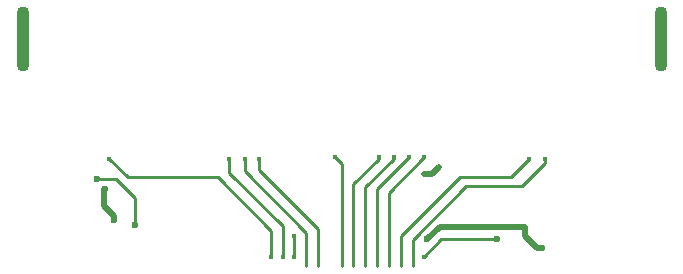
<source format=gbl>
%TF.GenerationSoftware,KiCad,Pcbnew,9.0.6-9.0.6~ubuntu22.04.1*%
%TF.CreationDate,2026-01-23T17:04:03+00:00*%
%TF.ProjectId,vm_jacdaptor,766d5f6a-6163-4646-9170-746f722e6b69,0.4*%
%TF.SameCoordinates,PX58b1140PY3fe56c0*%
%TF.FileFunction,Copper,L2,Bot*%
%TF.FilePolarity,Positive*%
%FSLAX45Y45*%
G04 Gerber Fmt 4.5, Leading zero omitted, Abs format (unit mm)*
G04 Created by KiCad (PCBNEW 9.0.6-9.0.6~ubuntu22.04.1) date 2026-01-23 17:04:03*
%MOMM*%
%LPD*%
G01*
G04 APERTURE LIST*
%TA.AperFunction,ComponentPad*%
%ADD10O,1.100000X5.500000*%
%TD*%
%TA.AperFunction,SMDPad,CuDef*%
%ADD11C,0.125000*%
%TD*%
%TA.AperFunction,ViaPad*%
%ADD12C,0.600000*%
%TD*%
%TA.AperFunction,ViaPad*%
%ADD13C,0.450000*%
%TD*%
%TA.AperFunction,Conductor*%
%ADD14C,0.250000*%
%TD*%
%TA.AperFunction,Conductor*%
%ADD15C,0.500000*%
%TD*%
G04 APERTURE END LIST*
D10*
%TO.P,J1,41*%
%TO.N,N/C*%
X2700000Y825000D03*
%TO.P,J1,42*%
X-2700000Y825000D03*
%TD*%
D11*
%TO.P,GS12,1,SWDIO~8*%
%TO.N,/SWDIO_8*%
X600000Y-1100000D03*
%TD*%
%TO.P,GS5,1,SWDIO~1*%
%TO.N,/SWDIO_1*%
X-200000Y-1100000D03*
%TD*%
%TO.P,GS10,1,SWDIO~6*%
%TO.N,/SWDIO_6*%
X400000Y-1100000D03*
%TD*%
%TO.P,GS7,1,SWDIO~3*%
%TO.N,/SWDIO_3*%
X100000Y-1100000D03*
%TD*%
%TO.P,GS6,1,SWDIO~2*%
%TO.N,/SWDIO_2*%
X0Y-1100000D03*
%TD*%
%TO.P,GS4,1,SWDIO~0*%
%TO.N,/SWDIO_0*%
X-300000Y-1100000D03*
%TD*%
%TO.P,GS8,1,SWDIO~4*%
%TO.N,/SWDIO_4*%
X200000Y-1100000D03*
%TD*%
%TO.P,GS11,1,SWDIO~7*%
%TO.N,/SWDIO_7*%
X500000Y-1100000D03*
%TD*%
%TO.P,GS9,1,SWDIO~5*%
%TO.N,/SWDIO_5*%
X300000Y-1100000D03*
%TD*%
D12*
%TO.N,+3V3*%
X-1750000Y-750100D03*
X-2067500Y-367500D03*
D13*
X825000Y-262500D03*
X700000Y-325000D03*
D12*
%TO.N,GND*%
X-2006819Y-444689D03*
D13*
X1550000Y-770000D03*
X-400000Y-850000D03*
X-402500Y-1020000D03*
D12*
X-1930000Y-710000D03*
X1700000Y-950000D03*
X725000Y-875000D03*
%TO.N,/JD_DATA*%
X1312500Y-875000D03*
D13*
X700000Y-1020000D03*
%TO.N,/SWDIO_1*%
X-700000Y-190000D03*
%TO.N,/SWDIO_2*%
X-60000Y-180000D03*
%TO.N,/SWDIO_3*%
X320000Y-176900D03*
%TO.N,/SWDIO_4*%
X440000Y-176900D03*
%TO.N,/SWDIO_5*%
X570000Y-180000D03*
%TO.N,/SWDIO_6*%
X700000Y-180000D03*
%TO.N,/SWDIO_7*%
X1590000Y-190000D03*
%TO.N,/SWCLK*%
X-600000Y-1020000D03*
X-1970000Y-190000D03*
%TO.N,/RESET*%
X-500000Y-1020000D03*
X-950000Y-190000D03*
%TO.N,/SWDIO_0*%
X-820000Y-190000D03*
%TO.N,/SWDIO_8*%
X1720000Y-190000D03*
%TD*%
D14*
%TO.N,+3V3*%
X-2067500Y-367500D02*
X-1907500Y-367500D01*
D15*
X700000Y-325000D02*
X762500Y-325000D01*
D14*
X-1750000Y-525000D02*
X-1750000Y-750100D01*
D15*
X762500Y-325000D02*
X825000Y-262500D01*
D14*
X-1907500Y-367500D02*
X-1750000Y-525000D01*
%TO.N,GND*%
X-402500Y-852500D02*
X-400000Y-850000D01*
X-402500Y-1020000D02*
X-402500Y-852500D01*
D15*
X-2009261Y-447131D02*
X-2006819Y-444689D01*
X830000Y-770000D02*
X725000Y-875000D01*
X-1947098Y-657098D02*
X-1930000Y-674195D01*
X1650000Y-950000D02*
X1550000Y-850000D01*
X-1930000Y-674195D02*
X-1930000Y-710000D01*
X1550000Y-850000D02*
X1550000Y-770000D01*
X-2009261Y-594934D02*
X-2009261Y-447131D01*
X1700000Y-950000D02*
X1650000Y-950000D01*
X1550000Y-770000D02*
X830000Y-770000D01*
X-1947098Y-657098D02*
X-2009261Y-594934D01*
D14*
%TO.N,/JD_DATA*%
X700000Y-1020000D02*
X845000Y-875000D01*
X845000Y-875000D02*
X1312500Y-875000D01*
%TO.N,/SWDIO_1*%
X-200000Y-1100000D02*
X-200000Y-790000D01*
X-700000Y-290000D02*
X-700000Y-190000D01*
X-200000Y-790000D02*
X-700000Y-290000D01*
%TO.N,/SWDIO_2*%
X0Y-240000D02*
X-60000Y-180000D01*
X0Y-1100000D02*
X0Y-240000D01*
%TO.N,/SWDIO_3*%
X100000Y-410000D02*
X320000Y-190000D01*
X100000Y-1100000D02*
X100000Y-410000D01*
X320000Y-190000D02*
X320000Y-176900D01*
%TO.N,/SWDIO_4*%
X200000Y-430000D02*
X440000Y-190000D01*
X200000Y-1100000D02*
X200000Y-430000D01*
X440000Y-190000D02*
X440000Y-176900D01*
%TO.N,/SWDIO_5*%
X300000Y-1100000D02*
X300000Y-450000D01*
X300000Y-450000D02*
X570000Y-180000D01*
%TO.N,/SWDIO_6*%
X400000Y-480000D02*
X700000Y-180000D01*
X400000Y-1100000D02*
X400000Y-480000D01*
%TO.N,/SWDIO_7*%
X1000000Y-350000D02*
X1430000Y-350000D01*
X500000Y-1100000D02*
X500000Y-850000D01*
X500000Y-850000D02*
X1000000Y-350000D01*
X1430000Y-350000D02*
X1590000Y-190000D01*
%TO.N,/SWCLK*%
X-600000Y-1020000D02*
X-600000Y-800000D01*
X-1810000Y-350000D02*
X-1970000Y-190000D01*
X-1050000Y-350000D02*
X-1810000Y-350000D01*
X-600000Y-800000D02*
X-1050000Y-350000D01*
%TO.N,/RESET*%
X-950000Y-310000D02*
X-950000Y-190000D01*
X-500000Y-1020000D02*
X-500000Y-760000D01*
X-500000Y-760000D02*
X-950000Y-310000D01*
%TO.N,/SWDIO_0*%
X-820000Y-300000D02*
X-820000Y-190000D01*
X-300000Y-820000D02*
X-820000Y-300000D01*
X-300000Y-1100000D02*
X-300000Y-820000D01*
%TO.N,/SWDIO_8*%
X1720000Y-230000D02*
X1720000Y-190000D01*
X1056086Y-423914D02*
X1526086Y-423914D01*
X1526086Y-423914D02*
X1720000Y-230000D01*
X600000Y-1100000D02*
X600000Y-880000D01*
X600000Y-880000D02*
X1056086Y-423914D01*
%TD*%
M02*

</source>
